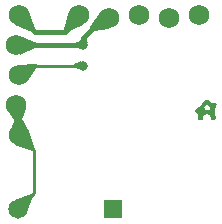
<source format=gbr>
%TF.GenerationSoftware,KiCad,Pcbnew,(7.0.0-0)*%
%TF.CreationDate,2023-04-16T17:27:38-07:00*%
%TF.ProjectId,Amoeba_executive,416d6f65-6261-45f6-9578-656375746976,rev?*%
%TF.SameCoordinates,Original*%
%TF.FileFunction,Copper,L1,Top*%
%TF.FilePolarity,Positive*%
%FSLAX46Y46*%
G04 Gerber Fmt 4.6, Leading zero omitted, Abs format (unit mm)*
G04 Created by KiCad (PCBNEW (7.0.0-0)) date 2023-04-16 17:27:38*
%MOMM*%
%LPD*%
G01*
G04 APERTURE LIST*
%TA.AperFunction,ComponentPad*%
%ADD10C,1.750000*%
%TD*%
%TA.AperFunction,ComponentPad*%
%ADD11R,1.650000X1.650000*%
%TD*%
%TA.AperFunction,ComponentPad*%
%ADD12C,1.650000*%
%TD*%
%TA.AperFunction,ViaPad*%
%ADD13C,0.800000*%
%TD*%
%TA.AperFunction,Conductor*%
%ADD14C,0.250000*%
%TD*%
%TA.AperFunction,Conductor*%
%ADD15C,0.400000*%
%TD*%
G04 APERTURE END LIST*
%TO.C,Amoeba-Logo-Small*%
G36*
X189449248Y-84190190D02*
G01*
X189488176Y-84190190D01*
X189508258Y-84190962D01*
X189528340Y-84193279D01*
X189548421Y-84197141D01*
X189568502Y-84202548D01*
X189588584Y-84209500D01*
X189608665Y-84217996D01*
X189628747Y-84228037D01*
X189648828Y-84239622D01*
X189668910Y-84252753D01*
X189687995Y-84268493D01*
X189705722Y-84287222D01*
X189722117Y-84307909D01*
X189737208Y-84329522D01*
X189751022Y-84351031D01*
X189763585Y-84371406D01*
X189774923Y-84389615D01*
X189785065Y-84404628D01*
X189794036Y-84415413D01*
X189806759Y-84426652D01*
X189820313Y-84436075D01*
X189834633Y-84443812D01*
X189849654Y-84449993D01*
X189865312Y-84454747D01*
X189881543Y-84458204D01*
X189898282Y-84460494D01*
X189915464Y-84461747D01*
X189933026Y-84462091D01*
X189950902Y-84461658D01*
X189969029Y-84460576D01*
X189987341Y-84458976D01*
X190005775Y-84456987D01*
X190024266Y-84454739D01*
X190042749Y-84452362D01*
X190061160Y-84449984D01*
X190079435Y-84447737D01*
X190097508Y-84445750D01*
X190115317Y-84444151D01*
X190132795Y-84443073D01*
X190149879Y-84442643D01*
X190166505Y-84442991D01*
X190182607Y-84444248D01*
X190198121Y-84446544D01*
X190212984Y-84450006D01*
X190227129Y-84454767D01*
X190240494Y-84460955D01*
X190253014Y-84468699D01*
X190264623Y-84478130D01*
X190275258Y-84489378D01*
X190284854Y-84502572D01*
X190293347Y-84517842D01*
X190300672Y-84535317D01*
X190303894Y-84545154D01*
X190306427Y-84554858D01*
X190308299Y-84564448D01*
X190309535Y-84573943D01*
X190310165Y-84583365D01*
X190310215Y-84592732D01*
X190309713Y-84602064D01*
X190308687Y-84611382D01*
X190307164Y-84620705D01*
X190305172Y-84630053D01*
X190302738Y-84639447D01*
X190299889Y-84648905D01*
X190296654Y-84658449D01*
X190293059Y-84668097D01*
X190289133Y-84677870D01*
X190284903Y-84687787D01*
X190280396Y-84697869D01*
X190275639Y-84708136D01*
X190270662Y-84718607D01*
X190265490Y-84729301D01*
X190260151Y-84740240D01*
X190254674Y-84751443D01*
X190249085Y-84762930D01*
X190243411Y-84774720D01*
X190237682Y-84786834D01*
X190231923Y-84799292D01*
X190226163Y-84812113D01*
X190220429Y-84825318D01*
X190214749Y-84838926D01*
X190209150Y-84852956D01*
X190203660Y-84867430D01*
X190198306Y-84882367D01*
X190193115Y-84897787D01*
X190188116Y-84913709D01*
X190183335Y-84930154D01*
X190178801Y-84947142D01*
X190174541Y-84964691D01*
X190170582Y-84982824D01*
X190166951Y-85001558D01*
X190163678Y-85020914D01*
X190160788Y-85040913D01*
X190158309Y-85061573D01*
X190156270Y-85082915D01*
X190154697Y-85104959D01*
X190153618Y-85127725D01*
X190153061Y-85151231D01*
X190153052Y-85175500D01*
X190153620Y-85200549D01*
X190154793Y-85226400D01*
X190156597Y-85253071D01*
X190159060Y-85280584D01*
X190162210Y-85308957D01*
X190166074Y-85338212D01*
X190170680Y-85368366D01*
X190176055Y-85399442D01*
X190182226Y-85431458D01*
X190189223Y-85464434D01*
X190197071Y-85498390D01*
X190205798Y-85533347D01*
X190215432Y-85569323D01*
X190226001Y-85606339D01*
X190237531Y-85644416D01*
X190246635Y-85676553D01*
X190252271Y-85703526D01*
X190254652Y-85726308D01*
X190253990Y-85745867D01*
X190250499Y-85763176D01*
X190244393Y-85779205D01*
X190235883Y-85794925D01*
X190225183Y-85811307D01*
X190212507Y-85829322D01*
X190197523Y-85847996D01*
X190181612Y-85864473D01*
X190164774Y-85878753D01*
X190147010Y-85890836D01*
X190128318Y-85900723D01*
X190108700Y-85908412D01*
X190088155Y-85913905D01*
X190066683Y-85917200D01*
X190044284Y-85918299D01*
X190013697Y-85918299D01*
X189992187Y-85917140D01*
X189971217Y-85913664D01*
X189950788Y-85907872D01*
X189930899Y-85899762D01*
X189911551Y-85889335D01*
X189892744Y-85876591D01*
X189874168Y-85862572D01*
X189858296Y-85847395D01*
X189845127Y-85831059D01*
X189834661Y-85813565D01*
X189826899Y-85794912D01*
X189821839Y-85775100D01*
X189821729Y-85772663D01*
X189821277Y-85765692D01*
X189820303Y-85754694D01*
X189818626Y-85740178D01*
X189816065Y-85722651D01*
X189812439Y-85702623D01*
X189807568Y-85680601D01*
X189801271Y-85657092D01*
X189793366Y-85632607D01*
X189783674Y-85607652D01*
X189772013Y-85582736D01*
X189758202Y-85558366D01*
X189742062Y-85535052D01*
X189723410Y-85513301D01*
X189702066Y-85493621D01*
X189685210Y-85481026D01*
X189667223Y-85469637D01*
X189648224Y-85459459D01*
X189628334Y-85450497D01*
X189607673Y-85442758D01*
X189586360Y-85436247D01*
X189564516Y-85430969D01*
X189542260Y-85426930D01*
X189519714Y-85424135D01*
X189496996Y-85422590D01*
X189474226Y-85422300D01*
X189451525Y-85423271D01*
X189429014Y-85425509D01*
X189406810Y-85429019D01*
X189385036Y-85433806D01*
X189363810Y-85439876D01*
X189343254Y-85447234D01*
X189323486Y-85455887D01*
X189304626Y-85465839D01*
X189286796Y-85477096D01*
X189270115Y-85489663D01*
X189249063Y-85509375D01*
X189230772Y-85531143D01*
X189215045Y-85554463D01*
X189201690Y-85578826D01*
X189190514Y-85603727D01*
X189181321Y-85628660D01*
X189173918Y-85653118D01*
X189168113Y-85676595D01*
X189163710Y-85698584D01*
X189160516Y-85718579D01*
X189158337Y-85736075D01*
X189156980Y-85750564D01*
X189156250Y-85761540D01*
X189155955Y-85768497D01*
X189155899Y-85770928D01*
X189150454Y-85792401D01*
X189142460Y-85812328D01*
X189131917Y-85830711D01*
X189118825Y-85847550D01*
X189103185Y-85862843D01*
X189084995Y-85876592D01*
X189067517Y-85887657D01*
X189049245Y-85897020D01*
X189030179Y-85904681D01*
X189010318Y-85910639D01*
X188989663Y-85914895D01*
X188968213Y-85917448D01*
X188945969Y-85918299D01*
X188915382Y-85918299D01*
X188892743Y-85917235D01*
X188871168Y-85914042D01*
X188850657Y-85908722D01*
X188831210Y-85901272D01*
X188812828Y-85891695D01*
X188795509Y-85879989D01*
X188779255Y-85866155D01*
X188764065Y-85850192D01*
X188749939Y-85832102D01*
X188737636Y-85813188D01*
X188728334Y-85795023D01*
X188721733Y-85777078D01*
X188717535Y-85758824D01*
X188715442Y-85739733D01*
X188715154Y-85719275D01*
X188716372Y-85696922D01*
X188718799Y-85672145D01*
X188722135Y-85644416D01*
X188725264Y-85616664D01*
X188727473Y-85590707D01*
X188728802Y-85566468D01*
X188729289Y-85543876D01*
X188728973Y-85522855D01*
X188727895Y-85503331D01*
X188726093Y-85485231D01*
X188723607Y-85468479D01*
X188720475Y-85453003D01*
X188716738Y-85438728D01*
X188712434Y-85425579D01*
X188707603Y-85413483D01*
X188702284Y-85402366D01*
X188696516Y-85392153D01*
X188690339Y-85382770D01*
X188683791Y-85374143D01*
X188676913Y-85366199D01*
X188669742Y-85358862D01*
X188662320Y-85352060D01*
X188654684Y-85345717D01*
X188646874Y-85339759D01*
X188638930Y-85334113D01*
X188630890Y-85328705D01*
X188622795Y-85323459D01*
X188614682Y-85318303D01*
X188606592Y-85313162D01*
X188598564Y-85307961D01*
X188590637Y-85302627D01*
X188582850Y-85297086D01*
X188575243Y-85291264D01*
X188567855Y-85285085D01*
X188560724Y-85278477D01*
X188553891Y-85271365D01*
X188547395Y-85263676D01*
X188541275Y-85255334D01*
X188535570Y-85246266D01*
X188530319Y-85236397D01*
X188525562Y-85225654D01*
X188521338Y-85213963D01*
X188517686Y-85201248D01*
X188514646Y-85187437D01*
X188512257Y-85172455D01*
X188510558Y-85156228D01*
X188509588Y-85138682D01*
X188509387Y-85119743D01*
X188509910Y-85103489D01*
X188511136Y-85088087D01*
X188513049Y-85073494D01*
X188515634Y-85059665D01*
X188518876Y-85046557D01*
X188522759Y-85034129D01*
X188527267Y-85022336D01*
X188532385Y-85011136D01*
X188538098Y-85000485D01*
X188544390Y-84990340D01*
X188551246Y-84980658D01*
X188558650Y-84971396D01*
X188566586Y-84962511D01*
X188575040Y-84953960D01*
X188583996Y-84945699D01*
X188593438Y-84937685D01*
X188603351Y-84929876D01*
X188613719Y-84922228D01*
X188624527Y-84914698D01*
X188635760Y-84907243D01*
X188647402Y-84899820D01*
X188659438Y-84892385D01*
X188671851Y-84884896D01*
X188684627Y-84877309D01*
X188685588Y-84876743D01*
X189275595Y-84876743D01*
X189282455Y-84881546D01*
X189287948Y-84881546D01*
X189288639Y-84904197D01*
X189285208Y-84904883D01*
X189284517Y-84944004D01*
X189308537Y-85026369D01*
X189332561Y-85024997D01*
X189332561Y-85035292D01*
X189356584Y-85035292D01*
X189356584Y-85114909D01*
X189372367Y-85128634D01*
X189387469Y-85114909D01*
X189386778Y-85035978D01*
X189423840Y-85035978D01*
X189423150Y-85086083D01*
X189438252Y-85113536D01*
X189511691Y-85113536D01*
X189532284Y-85085397D01*
X189531593Y-85114223D01*
X189546690Y-85127948D01*
X189560418Y-85114223D01*
X189560418Y-85035292D01*
X189618756Y-85035292D01*
X189618756Y-85026369D01*
X189684449Y-85026369D01*
X189705728Y-84944694D01*
X189705728Y-84902825D01*
X189702294Y-84903511D01*
X189701604Y-84881546D01*
X189715334Y-84876058D01*
X189658368Y-84746336D01*
X189654249Y-84740672D01*
X189648757Y-84737413D01*
X189608951Y-84736727D01*
X189604146Y-84722999D01*
X189569827Y-84722999D01*
X189570518Y-84633087D01*
X189564339Y-84624850D01*
X189466190Y-84624850D01*
X189421081Y-84632401D01*
X189421081Y-84722313D01*
X189388155Y-84722313D01*
X189381290Y-84737414D01*
X189342856Y-84737414D01*
X189338567Y-84738957D01*
X189335305Y-84742219D01*
X189275595Y-84876743D01*
X188685588Y-84876743D01*
X188697751Y-84869582D01*
X188711206Y-84861670D01*
X188724977Y-84853532D01*
X188739050Y-84845123D01*
X188753407Y-84836402D01*
X188768035Y-84827324D01*
X188782916Y-84817846D01*
X188798037Y-84807926D01*
X188813382Y-84797520D01*
X188828934Y-84786585D01*
X188844679Y-84775078D01*
X188860601Y-84762956D01*
X188876684Y-84750176D01*
X188892914Y-84736694D01*
X188909275Y-84722468D01*
X188925751Y-84707454D01*
X188942326Y-84691609D01*
X188958986Y-84674890D01*
X188975715Y-84657255D01*
X188992497Y-84638659D01*
X189009317Y-84619060D01*
X189026160Y-84598414D01*
X189043010Y-84576679D01*
X189059851Y-84553811D01*
X189076668Y-84529767D01*
X189093446Y-84504505D01*
X189110169Y-84477980D01*
X189126822Y-84450150D01*
X189143389Y-84420972D01*
X189149669Y-84409473D01*
X189157625Y-84394973D01*
X189167149Y-84378154D01*
X189178131Y-84359699D01*
X189190462Y-84340288D01*
X189204031Y-84320603D01*
X189218731Y-84301325D01*
X189234450Y-84283136D01*
X189251080Y-84266718D01*
X189268511Y-84252753D01*
X189288318Y-84239622D01*
X189308194Y-84228037D01*
X189328139Y-84217996D01*
X189348152Y-84209500D01*
X189368234Y-84202548D01*
X189388385Y-84197141D01*
X189408604Y-84193279D01*
X189428892Y-84190962D01*
X189449248Y-84190190D01*
G37*
%TD*%
D10*
%TO.P,J2,1,Pin_1*%
%TO.N,GND*%
X173598600Y-77020000D03*
%TO.P,J2,2,Pin_2*%
%TO.N,VDD*%
X173341400Y-79560000D03*
%TO.P,J2,3,Pin_3*%
%TO.N,Net-(J2-Pin_3)*%
X173598600Y-82100000D03*
%TO.P,J2,4,Pin_4*%
%TO.N,/Row*%
X173341400Y-84640000D03*
%TO.P,J2,5,Pin_5*%
X173598600Y-87180000D03*
%TD*%
%TO.P,J1,1,Pin_1*%
%TO.N,GND*%
X178640000Y-77020000D03*
%TO.P,J1,2,Pin_2*%
%TO.N,VDD*%
X181180000Y-77277200D03*
%TO.P,J1,3,Pin_3*%
%TO.N,Net-(J1-Pin_3)*%
X183720000Y-77020000D03*
%TO.P,J1,4,Pin_4*%
%TO.N,/Column*%
X186260000Y-77277200D03*
%TO.P,J1,5,Pin_5*%
X188800000Y-77020000D03*
%TD*%
D11*
%TO.P,D1,1,K*%
%TO.N,Net-(D1-K)*%
X181519999Y-93427199D03*
D12*
%TO.P,D1,2,A*%
%TO.N,/Row*%
X173520000Y-93427200D03*
%TD*%
D13*
%TO.N,Net-(J2-Pin_3)*%
X179009200Y-81304035D03*
%TO.N,VDD*%
X179009202Y-79554035D03*
%TD*%
D14*
%TO.N,/Row*%
X173598600Y-87180000D02*
X174860000Y-88441400D01*
X173541400Y-87410000D02*
X173541400Y-85127200D01*
X174860000Y-88441400D02*
X174860000Y-92087200D01*
X174860000Y-92087200D02*
X173520000Y-93427200D01*
X173541400Y-85127200D02*
X173798600Y-84870000D01*
%TO.N,/Column*%
X186432800Y-77282800D02*
X186690000Y-77540000D01*
D15*
%TO.N,GND*%
X177451400Y-78420000D02*
X174931701Y-78420000D01*
D14*
X178621400Y-77250000D02*
X178534097Y-77337303D01*
X173999494Y-77282800D02*
X173894829Y-77310846D01*
D15*
X174931701Y-78420000D02*
X173849004Y-77337303D01*
X178534097Y-77337303D02*
X177451400Y-78420000D01*
D14*
X173894829Y-77310846D02*
X173849004Y-77337303D01*
%TO.N,Net-(J2-Pin_3)*%
X173798600Y-82311400D02*
X174805965Y-81304035D01*
X174805965Y-81304035D02*
X179009200Y-81304035D01*
X173798600Y-82330000D02*
X173798600Y-82311400D01*
X173521400Y-82350000D02*
X173541400Y-82330000D01*
%TO.N,VDD*%
X180652800Y-77277200D02*
X181180000Y-77277200D01*
X173578700Y-79752700D02*
X173578700Y-79790000D01*
D15*
X179009202Y-79554035D02*
X179009202Y-78920798D01*
X173777365Y-79554035D02*
X179009198Y-79554035D01*
D14*
X179009202Y-79554035D02*
X179009198Y-79554035D01*
D15*
X179009202Y-78920798D02*
X180652800Y-77277200D01*
D14*
X173777365Y-79554035D02*
X173578700Y-79752700D01*
%TD*%
%TA.AperFunction,Conductor*%
%TO.N,VDD*%
G36*
X178854438Y-79187896D02*
G01*
X178860046Y-79193879D01*
X179008325Y-79549532D01*
X179009226Y-79554034D01*
X179008325Y-79558536D01*
X178860046Y-79914190D01*
X178854438Y-79920173D01*
X178846281Y-79921006D01*
X178217936Y-79756324D01*
X178211639Y-79752154D01*
X178209202Y-79745006D01*
X178209202Y-79363064D01*
X178211639Y-79355916D01*
X178217936Y-79351746D01*
X178262201Y-79340144D01*
X178846283Y-79187063D01*
X178854438Y-79187896D01*
G37*
%TD.AperFunction*%
%TD*%
%TA.AperFunction,Conductor*%
%TO.N,/Row*%
G36*
X174407495Y-86851689D02*
G01*
X174411069Y-86856838D01*
X174922006Y-88322115D01*
X174922363Y-88328577D01*
X174919231Y-88334240D01*
X174752840Y-88500631D01*
X174747177Y-88503763D01*
X174740715Y-88503406D01*
X173275438Y-87992469D01*
X173270289Y-87988895D01*
X173267723Y-87983177D01*
X173268476Y-87976955D01*
X173596039Y-87183781D01*
X173598578Y-87179978D01*
X173602381Y-87177439D01*
X174395556Y-86849875D01*
X174401777Y-86849123D01*
X174407495Y-86851689D01*
G37*
%TD.AperFunction*%
%TD*%
%TA.AperFunction,Conductor*%
%TO.N,/Row*%
G36*
X173345885Y-84640863D02*
G01*
X174139576Y-84970602D01*
X174145772Y-84976641D01*
X174146125Y-84985287D01*
X173669148Y-86342398D01*
X173664874Y-86348065D01*
X173658110Y-86350218D01*
X173422790Y-86350218D01*
X173417181Y-86348786D01*
X173412946Y-86344841D01*
X172540561Y-84986612D01*
X172538706Y-84980152D01*
X172540712Y-84973737D01*
X172545916Y-84969484D01*
X173336916Y-84640862D01*
X173341399Y-84639969D01*
X173345885Y-84640863D01*
G37*
%TD.AperFunction*%
%TD*%
%TA.AperFunction,Conductor*%
%TO.N,Net-(J2-Pin_3)*%
G36*
X175075472Y-81180852D02*
G01*
X175079905Y-81185149D01*
X175081533Y-81191103D01*
X175081533Y-81425477D01*
X175079553Y-81431990D01*
X174225237Y-82706900D01*
X174219988Y-82711199D01*
X174213236Y-82711862D01*
X174207251Y-82708667D01*
X174020537Y-82522255D01*
X173601037Y-82103432D01*
X173598495Y-82099630D01*
X173597605Y-82095143D01*
X173598587Y-81236328D01*
X173601891Y-81228193D01*
X173609922Y-81224649D01*
X174901503Y-81184615D01*
X175069471Y-81179409D01*
X175075472Y-81180852D01*
G37*
%TD.AperFunction*%
%TD*%
%TA.AperFunction,Conductor*%
%TO.N,GND*%
G36*
X174407568Y-76691558D02*
G01*
X174411169Y-76696625D01*
X174530204Y-77023785D01*
X174934806Y-78135807D01*
X174935234Y-78142340D01*
X174932084Y-78148080D01*
X174660118Y-78420046D01*
X174654053Y-78423263D01*
X174647228Y-78422524D01*
X173274353Y-77832947D01*
X173268134Y-77826609D01*
X173268156Y-77817730D01*
X173596039Y-77023781D01*
X173598578Y-77019978D01*
X173602381Y-77017439D01*
X174395711Y-76689811D01*
X174401879Y-76689051D01*
X174407568Y-76691558D01*
G37*
%TD.AperFunction*%
%TD*%
%TA.AperFunction,Conductor*%
%TO.N,/Row*%
G36*
X174603554Y-92177303D02*
G01*
X174769896Y-92343645D01*
X174773034Y-92349333D01*
X174772654Y-92355818D01*
X174286308Y-93731297D01*
X174282725Y-93736420D01*
X174277017Y-93738967D01*
X174270812Y-93738211D01*
X173523786Y-93429762D01*
X173519978Y-93427221D01*
X173517437Y-93423413D01*
X173208988Y-92676387D01*
X173208232Y-92670182D01*
X173210779Y-92664474D01*
X173215899Y-92660892D01*
X174591382Y-92174544D01*
X174597866Y-92174165D01*
X174603554Y-92177303D01*
G37*
%TD.AperFunction*%
%TD*%
%TA.AperFunction,Conductor*%
%TO.N,VDD*%
G36*
X180571199Y-76668377D02*
G01*
X180572830Y-76670004D01*
X181177268Y-77273062D01*
X181179812Y-77276864D01*
X181180703Y-77281352D01*
X181180008Y-78141985D01*
X181177115Y-78149678D01*
X181169877Y-78153570D01*
X179891149Y-78326658D01*
X179885839Y-78326150D01*
X179881307Y-78323337D01*
X179609465Y-78051495D01*
X179606086Y-78044275D01*
X179608113Y-78036569D01*
X180553313Y-76670002D01*
X180558569Y-76665805D01*
X180565270Y-76665195D01*
X180571199Y-76668377D01*
G37*
%TD.AperFunction*%
%TD*%
%TA.AperFunction,Conductor*%
%TO.N,Net-(J2-Pin_3)*%
G36*
X178854315Y-80938684D02*
G01*
X178860480Y-80944925D01*
X179008323Y-81299533D01*
X179009224Y-81304035D01*
X179008323Y-81308537D01*
X178860480Y-81663144D01*
X178854315Y-81669385D01*
X178845544Y-81669586D01*
X178216763Y-81431894D01*
X178211275Y-81427602D01*
X178209200Y-81420950D01*
X178209200Y-81187120D01*
X178211275Y-81180468D01*
X178216763Y-81176176D01*
X178845545Y-80938483D01*
X178854315Y-80938684D01*
G37*
%TD.AperFunction*%
%TD*%
%TA.AperFunction,Conductor*%
%TO.N,VDD*%
G36*
X173687107Y-78756231D02*
G01*
X175083099Y-79351004D01*
X175088274Y-79355317D01*
X175090213Y-79361768D01*
X175090213Y-79746362D01*
X175088297Y-79752778D01*
X175083175Y-79757093D01*
X173687153Y-80363656D01*
X173681101Y-80364542D01*
X173675428Y-80362253D01*
X173671686Y-80357414D01*
X173422282Y-79757093D01*
X173342263Y-79564484D01*
X173341369Y-79560000D01*
X173342263Y-79555515D01*
X173671719Y-78762504D01*
X173675438Y-78757685D01*
X173681078Y-78755386D01*
X173687107Y-78756231D01*
G37*
%TD.AperFunction*%
%TD*%
%TA.AperFunction,Conductor*%
%TO.N,VDD*%
G36*
X178997498Y-78673256D02*
G01*
X179266214Y-78941972D01*
X179269314Y-78947500D01*
X179376408Y-79391245D01*
X179375465Y-79399290D01*
X179369523Y-79404795D01*
X179012991Y-79552874D01*
X179008495Y-79553769D01*
X179004001Y-79552868D01*
X178650920Y-79405660D01*
X178646023Y-79401829D01*
X178643781Y-79396031D01*
X178644824Y-79389903D01*
X178978628Y-78676569D01*
X178983681Y-78671226D01*
X178990926Y-78669953D01*
X178997498Y-78673256D01*
G37*
%TD.AperFunction*%
%TD*%
%TA.AperFunction,Conductor*%
%TO.N,/Row*%
G36*
X173665387Y-85443059D02*
G01*
X173669692Y-85447618D01*
X174162663Y-86382030D01*
X174401010Y-86833808D01*
X174402334Y-86840070D01*
X174400165Y-86846092D01*
X174395151Y-86850072D01*
X173603088Y-87179135D01*
X173598599Y-87180030D01*
X173594111Y-87179135D01*
X172801292Y-86849758D01*
X172796430Y-86845985D01*
X172794155Y-86840268D01*
X172795096Y-86834187D01*
X173413307Y-85448312D01*
X173417623Y-85443263D01*
X173423992Y-85441378D01*
X173659345Y-85441378D01*
X173665387Y-85443059D01*
G37*
%TD.AperFunction*%
%TD*%
%TA.AperFunction,Conductor*%
%TO.N,GND*%
G36*
X177843639Y-76690121D02*
G01*
X178636215Y-77017438D01*
X178640021Y-77019978D01*
X178642562Y-77023785D01*
X178970700Y-77818351D01*
X178970849Y-77826904D01*
X178965138Y-77833272D01*
X177678260Y-78479739D01*
X177671145Y-78480835D01*
X177664735Y-78477557D01*
X177392772Y-78205594D01*
X177389710Y-78200219D01*
X177389815Y-78194037D01*
X177827946Y-76697647D01*
X177831401Y-76692192D01*
X177837224Y-76689400D01*
X177843639Y-76690121D01*
G37*
%TD.AperFunction*%
%TD*%
M02*

</source>
